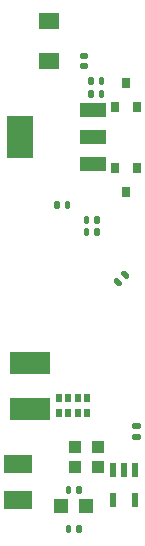
<source format=gbr>
G04 EAGLE Gerber RS-274X export*
G75*
%MOMM*%
%FSLAX34Y34*%
%LPD*%
%INSolderpaste Bottom*%
%IPPOS*%
%AMOC8*
5,1,8,0,0,1.08239X$1,22.5*%
G01*
%ADD10C,0.457200*%
%ADD11R,0.500000X0.650000*%
%ADD12R,1.000000X1.000000*%
%ADD13R,2.235200X1.219200*%
%ADD14R,2.200000X3.600000*%
%ADD15R,0.550000X1.200000*%
%ADD16R,1.200000X1.200000*%
%ADD17R,0.787400X0.889000*%
%ADD18R,1.800000X1.400000*%
%ADD19R,3.400000X1.900000*%
%ADD20R,2.400000X1.600000*%


D10*
X140716Y96901D02*
X140716Y97409D01*
X143764Y97409D01*
X143764Y96901D01*
X140716Y96901D01*
X140716Y88519D02*
X140716Y88011D01*
X140716Y88519D02*
X143764Y88519D01*
X143764Y88011D01*
X140716Y88011D01*
X96266Y410591D02*
X96266Y411099D01*
X99314Y411099D01*
X99314Y410591D01*
X96266Y410591D01*
X96266Y402209D02*
X96266Y401701D01*
X96266Y402209D02*
X99314Y402209D01*
X99314Y401701D01*
X96266Y401701D01*
X93599Y11684D02*
X93091Y11684D01*
X93599Y11684D02*
X93599Y8636D01*
X93091Y8636D01*
X93091Y11684D01*
X84709Y11684D02*
X84201Y11684D01*
X84709Y11684D02*
X84709Y8636D01*
X84201Y8636D01*
X84201Y11684D01*
X108331Y273304D02*
X108839Y273304D01*
X108839Y270256D01*
X108331Y270256D01*
X108331Y273304D01*
X99949Y273304D02*
X99441Y273304D01*
X99949Y273304D02*
X99949Y270256D01*
X99441Y270256D01*
X99441Y273304D01*
D11*
X76900Y121050D03*
X84900Y121050D03*
X92900Y121050D03*
X100900Y121050D03*
X100900Y107550D03*
X92900Y107550D03*
X84900Y107550D03*
X76900Y107550D03*
D12*
X90330Y78740D03*
X110330Y78740D03*
X90330Y62230D03*
X110330Y62230D03*
D13*
X105918Y364744D03*
X105918Y341630D03*
X105918Y318516D03*
D14*
X43940Y341630D03*
D10*
X112141Y379984D02*
X112649Y379984D01*
X112649Y376936D01*
X112141Y376936D01*
X112141Y379984D01*
X103759Y379984D02*
X103251Y379984D01*
X103759Y379984D02*
X103759Y376936D01*
X103251Y376936D01*
X103251Y379984D01*
X75184Y282956D02*
X74676Y282956D01*
X74676Y286004D01*
X75184Y286004D01*
X75184Y282956D01*
X83566Y282956D02*
X84074Y282956D01*
X83566Y282956D02*
X83566Y286004D01*
X84074Y286004D01*
X84074Y282956D01*
X131785Y226650D02*
X131426Y226291D01*
X131785Y226650D02*
X133940Y224495D01*
X133581Y224136D01*
X131426Y226291D01*
X125499Y220364D02*
X125140Y220005D01*
X125499Y220364D02*
X127654Y218209D01*
X127295Y217850D01*
X125140Y220005D01*
D15*
X122580Y59990D03*
X132080Y59990D03*
X141580Y59990D03*
X141580Y33990D03*
X122580Y33990D03*
D16*
X78400Y29210D03*
X99400Y29210D03*
D17*
X124079Y314960D03*
X143383Y314960D03*
X133731Y294640D03*
D10*
X93599Y44704D02*
X93091Y44704D01*
X93599Y44704D02*
X93599Y41656D01*
X93091Y41656D01*
X93091Y44704D01*
X84709Y44704D02*
X84201Y44704D01*
X84709Y44704D02*
X84709Y41656D01*
X84201Y41656D01*
X84201Y44704D01*
D18*
X68580Y405910D03*
X68580Y439910D03*
D10*
X103251Y387858D02*
X103759Y387858D01*
X103251Y387858D02*
X103251Y390906D01*
X103759Y390906D01*
X103759Y387858D01*
X112141Y387858D02*
X112649Y387858D01*
X112141Y387858D02*
X112141Y390906D01*
X112649Y390906D01*
X112649Y387858D01*
D19*
X52070Y111310D03*
X52070Y150310D03*
D20*
X41910Y64530D03*
X41910Y34530D03*
D17*
X143256Y367030D03*
X123952Y367030D03*
X133604Y387350D03*
D10*
X99949Y260096D02*
X99441Y260096D01*
X99441Y263144D01*
X99949Y263144D01*
X99949Y260096D01*
X108331Y260096D02*
X108839Y260096D01*
X108331Y260096D02*
X108331Y263144D01*
X108839Y263144D01*
X108839Y260096D01*
M02*

</source>
